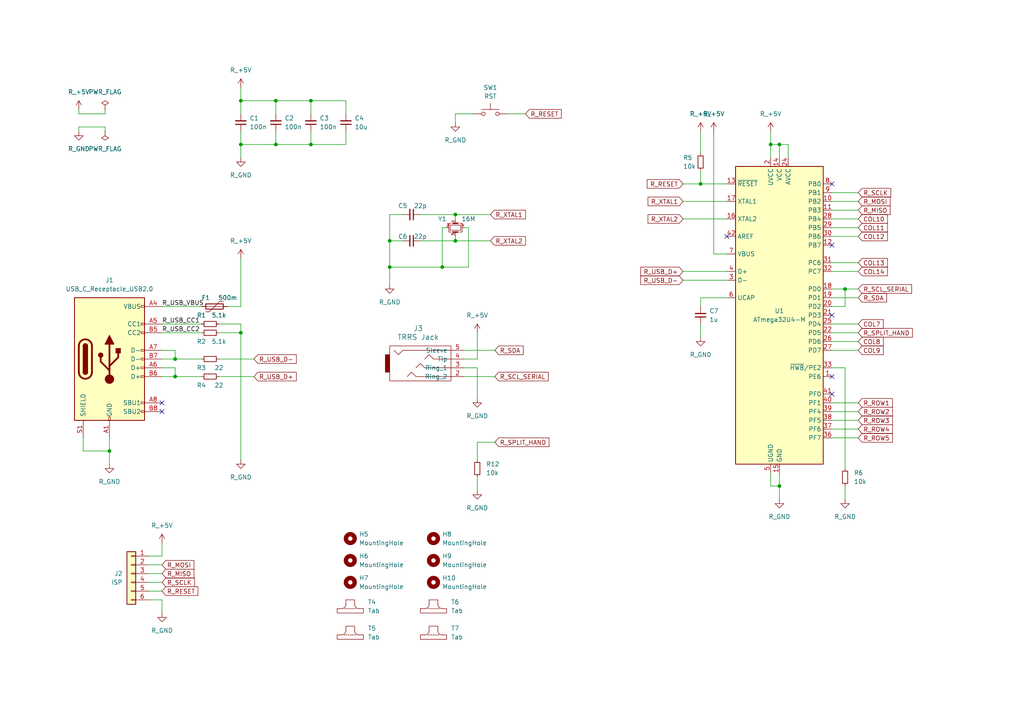
<source format=kicad_sch>
(kicad_sch (version 20230121) (generator eeschema)
  (paper "A4")
  (title_block (title "mfk60 Right") (date "2024-01-12") (rev "1") (company "@niw"))
  (lib_symbols
    (symbol "Connector:USB_C_Receptacle_USB2.0_16P" (pin_names (offset 1.016))
      (property "Reference" "J" (at 0 22.225 0))
      (property "Value" "USB_C_Receptacle_USB2.0_16P" (at 0 19.685 0))
      (symbol "USB_C_Receptacle_USB2.0_16P_0_0"
        (rectangle (start -0.254 -17.78) (end 0.254 -16.764))
        (rectangle (start 10.16 -14.986) (end 9.144 -15.494))
        (rectangle (start 10.16 -12.446) (end 9.144 -12.954))
        (rectangle (start 10.16 -4.826) (end 9.144 -5.334))
        (rectangle (start 10.16 -2.286) (end 9.144 -2.794))
        (rectangle (start 10.16 0.254) (end 9.144 -0.254))
        (rectangle (start 10.16 2.794) (end 9.144 2.286))
        (rectangle (start 10.16 7.874) (end 9.144 7.366))
        (rectangle (start 10.16 10.414) (end 9.144 9.906))
        (rectangle (start 10.16 15.494) (end 9.144 14.986))
      )
      (symbol "USB_C_Receptacle_USB2.0_16P_0_1"
        (rectangle (start -10.16 17.78) (end 10.16 -17.78) (stroke (width 0.254)) (fill (type background)))
        (arc (start -8.89 -3.81) (mid -6.985 -5.7067) (end -5.08 -3.81) (stroke (width 0.508)))
        (arc (start -7.62 -3.81) (mid -6.985 -4.4423) (end -6.35 -3.81) (stroke (width 0.254)))
        (arc (start -7.62 -3.81) (mid -6.985 -4.4423) (end -6.35 -3.81) (stroke (width 0.254)) (fill (type outline)))
        (rectangle (start -7.62 -3.81) (end -6.35 3.81) (stroke (width 0.254)) (fill (type outline)))
        (arc (start -6.35 3.81) (mid -6.985 4.4423) (end -7.62 3.81) (stroke (width 0.254)))
        (arc (start -6.35 3.81) (mid -6.985 4.4423) (end -7.62 3.81) (stroke (width 0.254)) (fill (type outline)))
        (arc (start -5.08 3.81) (mid -6.985 5.7067) (end -8.89 3.81) (stroke (width 0.508)))
        (circle (center -2.54 1.143) (radius 0.635) (stroke (width 0.254)) (fill (type outline)))
        (circle (center 0 -5.842) (radius 1.27) (fill (type outline)))
        (polyline (pts (xy -8.89 -3.81) (xy -8.89 3.81)) (stroke (width 0.508)))
        (polyline (pts (xy -5.08 3.81) (xy -5.08 -3.81)) (stroke (width 0.508)))
        (polyline (pts (xy 0 -5.842) (xy 0 4.318)) (stroke (width 0.508)))
        (polyline (pts (xy 0 -3.302) (xy -2.54 -0.762) (xy -2.54 0.508)) (stroke (width 0.508)))
        (polyline (pts (xy 0 -2.032) (xy 2.54 0.508) (xy 2.54 1.778)) (stroke (width 0.508)))
        (polyline (pts (xy -1.27 4.318) (xy 0 6.858) (xy 1.27 4.318) (xy -1.27 4.318)) (stroke (width 0.254)) (fill (type outline)))
        (rectangle (start 1.905 1.778) (end 3.175 3.048) (stroke (width 0.254)) (fill (type outline)))
      )
      (symbol "USB_C_Receptacle_USB2.0_16P_1_1"
        (pin passive line (at 0 -22.86 90) (length 5.08) (name "GND") (number "A1"))
        (pin passive line (at 0 -22.86 90) (length 5.08) hide (name "GND") (number "A12"))
        (pin passive line (at 15.24 15.24 180) (length 5.08) (name "VBUS") (number "A4"))
        (pin bidirectional line (at 15.24 10.16 180) (length 5.08) (name "CC1") (number "A5"))
        (pin bidirectional line (at 15.24 -2.54 180) (length 5.08) (name "D+") (number "A6"))
        (pin bidirectional line (at 15.24 2.54 180) (length 5.08) (name "D-") (number "A7"))
        (pin bidirectional line (at 15.24 -12.7 180) (length 5.08) (name "SBU1") (number "A8"))
        (pin passive line (at 15.24 15.24 180) (length 5.08) hide (name "VBUS") (number "A9"))
        (pin passive line (at 0 -22.86 90) (length 5.08) hide (name "GND") (number "B1"))
        (pin passive line (at 0 -22.86 90) (length 5.08) hide (name "GND") (number "B12"))
        (pin passive line (at 15.24 15.24 180) (length 5.08) hide (name "VBUS") (number "B4"))
        (pin bidirectional line (at 15.24 7.62 180) (length 5.08) (name "CC2") (number "B5"))
        (pin bidirectional line (at 15.24 -5.08 180) (length 5.08) (name "D+") (number "B6"))
        (pin bidirectional line (at 15.24 0 180) (length 5.08) (name "D-") (number "B7"))
        (pin bidirectional line (at 15.24 -15.24 180) (length 5.08) (name "SBU2") (number "B8"))
        (pin passive line (at 15.24 15.24 180) (length 5.08) hide (name "VBUS") (number "B9"))
        (pin passive line (at -7.62 -22.86 90) (length 5.08) (name "SHIELD") (number "S1"))
      )
    )
    (symbol "Connector_Additions:TRRS_Jack" (pin_names (offset 1.016))
      (property "Reference" "J" (at 0 8.89 0))
      (property "Value" "TRRS Jack" (at 0 6.35 0))
      (symbol "TRRS_Jack_0_1"
        (rectangle (start -10.16 2.54) (end -8.89 -2.54) (fill (type outline)))
        (rectangle (start -8.89 5.08) (end 8.89 -5.08))
        (polyline (pts (xy 8.89 -3.81) (xy -1.27 -3.81) (xy -2.54 -2.54) (xy -3.81 -3.81)))
        (polyline (pts (xy 8.89 -1.27) (xy 1.27 -1.27) (xy 0 0) (xy -1.27 -1.27)))
        (polyline (pts (xy 8.89 1.27) (xy 3.81 1.27) (xy 2.54 2.54) (xy 1.27 1.27)))
        (polyline (pts (xy 8.89 3.81) (xy -5.08 3.81) (xy -6.35 2.54) (xy -7.62 3.81) (xy -7.62 3.81)))
      )
      (symbol "TRRS_Jack_1_1"
        (pin passive line (at 12.7 -3.81 180) (length 3.81) (name "Ring_2") (number "2"))
        (pin passive line (at 12.7 -1.27 180) (length 3.81) (name "Ring_1") (number "3"))
        (pin passive line (at 12.7 1.27 180) (length 3.81) (name "Tip") (number "4"))
        (pin passive line (at 12.7 3.81 180) (length 3.81) (name "Sleeve") (number "5"))
      )
    )
    (symbol "Connector_Generic:Conn_01x06" (pin_names (offset 1.016) hide)
      (property "Reference" "J" (at 0 7.62 0))
      (property "Value" "Conn_01x06" (at 0 -10.16 0))
      (symbol "Conn_01x06_1_1"
        (rectangle (start -1.27 -7.493) (end 0 -7.747) (stroke (width 0.1524)))
        (rectangle (start -1.27 -4.953) (end 0 -5.207) (stroke (width 0.1524)))
        (rectangle (start -1.27 -2.413) (end 0 -2.667) (stroke (width 0.1524)))
        (rectangle (start -1.27 0.127) (end 0 -0.127) (stroke (width 0.1524)))
        (rectangle (start -1.27 2.667) (end 0 2.413) (stroke (width 0.1524)))
        (rectangle (start -1.27 5.207) (end 0 4.953) (stroke (width 0.1524)))
        (rectangle (start -1.27 6.35) (end 1.27 -8.89) (stroke (width 0.254)) (fill (type background)))
        (pin passive line (at -5.08 5.08 0) (length 3.81) (name "Pin_1") (number "1"))
        (pin passive line (at -5.08 2.54 0) (length 3.81) (name "Pin_2") (number "2"))
        (pin passive line (at -5.08 0 0) (length 3.81) (name "Pin_3") (number "3"))
        (pin passive line (at -5.08 -2.54 0) (length 3.81) (name "Pin_4") (number "4"))
        (pin passive line (at -5.08 -5.08 0) (length 3.81) (name "Pin_5") (number "5"))
        (pin passive line (at -5.08 -7.62 0) (length 3.81) (name "Pin_6") (number "6"))
      )
    )
    (symbol "Device:C_Small" (pin_numbers hide) (pin_names (offset 0.254) hide)
      (property "Reference" "C" (at 0.254 1.778 0))
      (property "Value" "C_Small" (at 0.254 -2.032 0))
      (symbol "C_Small_0_1"
        (polyline (pts (xy -1.524 -0.508) (xy 1.524 -0.508)) (stroke (width 0.3302)))
        (polyline (pts (xy -1.524 0.508) (xy 1.524 0.508)) (stroke (width 0.3048)))
      )
      (symbol "C_Small_1_1"
        (pin passive line (at 0 2.54 270) (length 2.032) (name "~") (number "1"))
        (pin passive line (at 0 -2.54 90) (length 2.032) (name "~") (number "2"))
      )
    )
    (symbol "Device:Crystal_GND24_Small" (pin_names (offset 1.016) hide)
      (property "Reference" "Y" (at 1.27 4.445 0))
      (property "Value" "Crystal_GND24_Small" (at 1.27 2.54 0))
      (symbol "Crystal_GND24_Small_0_1"
        (rectangle (start -0.762 -1.524) (end 0.762 1.524))
        (polyline (pts (xy -1.27 -0.762) (xy -1.27 0.762)) (stroke (width 0.381)))
        (polyline (pts (xy 1.27 -0.762) (xy 1.27 0.762)) (stroke (width 0.381)))
        (polyline (pts (xy -1.27 -1.27) (xy -1.27 -1.905) (xy 1.27 -1.905) (xy 1.27 -1.27)))
        (polyline (pts (xy -1.27 1.27) (xy -1.27 1.905) (xy 1.27 1.905) (xy 1.27 1.27)))
      )
      (symbol "Crystal_GND24_Small_1_1"
        (pin passive line (at -2.54 0 0) (length 1.27) (name "1") (number "1"))
        (pin passive line (at 0 -2.54 90) (length 0.635) (name "2") (number "2"))
        (pin passive line (at 2.54 0 180) (length 1.27) (name "3") (number "3"))
        (pin passive line (at 0 2.54 270) (length 0.635) (name "4") (number "4"))
      )
    )
    (symbol "Device:Polyfuse" (pin_numbers hide) (pin_names (offset 0))
      (property "Reference" "F" (at -2.54 0 90))
      (property "Value" "Polyfuse" (at 2.54 0 90))
      (symbol "Polyfuse_0_1"
        (rectangle (start -0.762 2.54) (end 0.762 -2.54) (stroke (width 0.254)))
        (polyline (pts (xy 0 2.54) (xy 0 -2.54)))
        (polyline (pts (xy -1.524 2.54) (xy -1.524 1.524) (xy 1.524 -1.524) (xy 1.524 -2.54)))
      )
      (symbol "Polyfuse_1_1"
        (pin passive line (at 0 3.81 270) (length 1.27) (name "~") (number "1"))
        (pin passive line (at 0 -3.81 90) (length 1.27) (name "~") (number "2"))
      )
    )
    (symbol "Device:R_Small" (pin_numbers hide) (pin_names (offset 0.254) hide)
      (property "Reference" "R" (at 0.762 0.508 0))
      (property "Value" "R_Small" (at 0.762 -1.016 0))
      (symbol "R_Small_0_1"
        (rectangle (start -0.762 1.778) (end 0.762 -1.778) (stroke (width 0.2032)))
      )
      (symbol "R_Small_1_1"
        (pin passive line (at 0 2.54 270) (length 0.762) (name "~") (number "1"))
        (pin passive line (at 0 -2.54 90) (length 0.762) (name "~") (number "2"))
      )
    )
    (symbol "MCU_Microchip_ATmega:ATmega32U4-M"
      (property "Reference" "U" (at -12.7 44.45 0))
      (property "Value" "ATmega32U4-M" (at 2.54 -44.45 0))
      (symbol "ATmega32U4-M_0_1"
        (rectangle (start -12.7 -43.18) (end 12.7 43.18) (stroke (width 0.254)) (fill (type background)))
      )
      (symbol "ATmega32U4-M_1_1"
        (pin bidirectional line (at 15.24 -17.78 180) (length 2.54) (name "PE6") (number "1"))
        (pin bidirectional line (at 15.24 33.02 180) (length 2.54) (name "PB2") (number "10"))
        (pin bidirectional line (at 15.24 30.48 180) (length 2.54) (name "PB3") (number "11"))
        (pin bidirectional line (at 15.24 20.32 180) (length 2.54) (name "PB7") (number "12"))
        (pin input line (at -15.24 38.1 0) (length 2.54) (name "~{RESET}") (number "13"))
        (pin power_in line (at 0 45.72 270) (length 2.54) (name "VCC") (number "14"))
        (pin power_in line (at 0 -45.72 90) (length 2.54) (name "GND") (number "15"))
        (pin output line (at -15.24 27.94 0) (length 2.54) (name "XTAL2") (number "16"))
        (pin input line (at -15.24 33.02 0) (length 2.54) (name "XTAL1") (number "17"))
        (pin bidirectional line (at 15.24 7.62 180) (length 2.54) (name "PD0") (number "18"))
        (pin bidirectional line (at 15.24 5.08 180) (length 2.54) (name "PD1") (number "19"))
        (pin power_in line (at -2.54 45.72 270) (length 2.54) (name "UVCC") (number "2"))
        (pin bidirectional line (at 15.24 2.54 180) (length 2.54) (name "PD2") (number "20"))
        (pin bidirectional line (at 15.24 0 180) (length 2.54) (name "PD3") (number "21"))
        (pin bidirectional line (at 15.24 -5.08 180) (length 2.54) (name "PD5") (number "22"))
        (pin passive line (at 0 -45.72 90) (length 2.54) hide (name "GND") (number "23"))
        (pin power_in line (at 2.54 45.72 270) (length 2.54) (name "AVCC") (number "24"))
        (pin bidirectional line (at 15.24 -2.54 180) (length 2.54) (name "PD4") (number "25"))
        (pin bidirectional line (at 15.24 -7.62 180) (length 2.54) (name "PD6") (number "26"))
        (pin bidirectional line (at 15.24 -10.16 180) (length 2.54) (name "PD7") (number "27"))
        (pin bidirectional line (at 15.24 27.94 180) (length 2.54) (name "PB4") (number "28"))
        (pin bidirectional line (at 15.24 25.4 180) (length 2.54) (name "PB5") (number "29"))
        (pin bidirectional line (at -15.24 10.16 0) (length 2.54) (name "D-") (number "3"))
        (pin bidirectional line (at 15.24 22.86 180) (length 2.54) (name "PB6") (number "30"))
        (pin bidirectional line (at 15.24 15.24 180) (length 2.54) (name "PC6") (number "31"))
        (pin bidirectional line (at 15.24 12.7 180) (length 2.54) (name "PC7") (number "32"))
        (pin bidirectional line (at 15.24 -15.24 180) (length 2.54) (name "~{HWB}/PE2") (number "33"))
        (pin passive line (at 0 45.72 270) (length 2.54) hide (name "VCC") (number "34"))
        (pin passive line (at 0 -45.72 90) (length 2.54) hide (name "GND") (number "35"))
        (pin bidirectional line (at 15.24 -35.56 180) (length 2.54) (name "PF7") (number "36"))
        (pin bidirectional line (at 15.24 -33.02 180) (length 2.54) (name "PF6") (number "37"))
        (pin bidirectional line (at 15.24 -30.48 180) (length 2.54) (name "PF5") (number "38"))
        (pin bidirectional line (at 15.24 -27.94 180) (length 2.54) (name "PF4") (number "39"))
        (pin bidirectional line (at -15.24 12.7 0) (length 2.54) (name "D+") (number "4"))
        (pin bidirectional line (at 15.24 -25.4 180) (length 2.54) (name "PF1") (number "40"))
        (pin bidirectional line (at 15.24 -22.86 180) (length 2.54) (name "PF0") (number "41"))
        (pin passive line (at -15.24 22.86 0) (length 2.54) (name "AREF") (number "42"))
        (pin passive line (at 0 -45.72 90) (length 2.54) hide (name "GND") (number "43"))
        (pin passive line (at 2.54 45.72 270) (length 2.54) hide (name "AVCC") (number "44"))
        (pin passive line (at 0 -45.72 90) (length 2.54) hide (name "GND") (number "45"))
        (pin passive line (at -2.54 -45.72 90) (length 2.54) (name "UGND") (number "5"))
        (pin passive line (at -15.24 5.08 0) (length 2.54) (name "UCAP") (number "6"))
        (pin input line (at -15.24 17.78 0) (length 2.54) (name "VBUS") (number "7"))
        (pin bidirectional line (at 15.24 38.1 180) (length 2.54) (name "PB0") (number "8"))
        (pin bidirectional line (at 15.24 35.56 180) (length 2.54) (name "PB1") (number "9"))
      )
    )
    (symbol "Mechanical:MountingHole" (pin_names (offset 1.016))
      (property "Reference" "H" (at 0 5.08 0))
      (property "Value" "MountingHole" (at 0 3.175 0))
      (symbol "MountingHole_0_1"
        (circle (center 0 0) (radius 1.27) (stroke (width 1.27)))
      )
    )
    (symbol "Power_Additions:R_+5V" (power) (pin_names (offset 0))
      (property "Value" "R_+5V" (at 0 3.556 0))
      (symbol "R_+5V_0_1"
        (polyline (pts (xy -0.762 1.27) (xy 0 2.54)))
        (polyline (pts (xy 0 0) (xy 0 2.54)))
        (polyline (pts (xy 0 2.54) (xy 0.762 1.27)))
      )
      (symbol "R_+5V_1_1"
        (pin power_in line (at 0 0 90) (length 0) hide (name "R_+5V") (number "1"))
      )
    )
    (symbol "Power_Additions:R_GND" (power) (pin_names (offset 0))
      (property "Value" "R_GND" (at 0 -3.81 0))
      (symbol "R_GND_0_1"
        (polyline (pts (xy 0 0) (xy 0 -1.27) (xy 1.27 -1.27) (xy 0 -2.54) (xy -1.27 -1.27) (xy 0 -1.27)))
      )
      (symbol "R_GND_1_1"
        (pin power_in line (at 0 0 270) (length 0) hide (name "R_GND") (number "1"))
      )
    )
    (symbol "Switch:SW_Push" (pin_numbers hide) (pin_names (offset 1.016) hide)
      (property "Reference" "SW" (at 1.27 2.54 0))
      (property "Value" "SW_Push" (at 0 -1.524 0))
      (symbol "SW_Push_0_1"
        (circle (center -2.032 0) (radius 0.508))
        (polyline (pts (xy 0 1.27) (xy 0 3.048)))
        (polyline (pts (xy 2.54 1.27) (xy -2.54 1.27)))
        (circle (center 2.032 0) (radius 0.508))
        (pin passive line (at -5.08 0 0) (length 2.54) (name "1") (number "1"))
        (pin passive line (at 5.08 0 180) (length 2.54) (name "2") (number "2"))
      )
    )
    (symbol "kikit:Tab" (in_bom no)
      (property "Reference" "T" (at 0 3.81 0))
      (property "Value" "Tab" (at 0 -2.54 0))
      (symbol "Tab_0_1"
        (arc (start -2.54 0) (mid -1.642 0.372) (end -1.27 1.27) (stroke (width 0.1524)))
        (circle (center -1.524 0) (radius 0.0762) (stroke (width 0.1524)))
        (circle (center -1.016 0) (radius 0.0762) (stroke (width 0.1524)))
        (circle (center -0.508 0) (radius 0.0762) (stroke (width 0.1524)))
        (polyline (pts (xy -3.81 0) (xy -2.54 0)) (stroke (width 0.1524)))
        (polyline (pts (xy -1.27 1.27) (xy -1.27 2.54)) (stroke (width 0.1524)))
        (polyline (pts (xy 1.27 1.27) (xy 1.27 2.54)) (stroke (width 0.1524)))
        (polyline (pts (xy 1.27 2.54) (xy -1.27 2.54)) (stroke (width 0.1524)))
        (polyline (pts (xy 2.54 0) (xy 3.81 0)) (stroke (width 0.1524)))
        (polyline (pts (xy -3.81 0) (xy -3.81 -1.27) (xy 3.81 -1.27) (xy 3.81 0)) (stroke (width 0.1524)))
        (circle (center 0 0) (radius 0.0762) (stroke (width 0.1524)))
        (circle (center 0.508 0) (radius 0.0762) (stroke (width 0.1524)))
        (circle (center 1.016 0) (radius 0.0762) (stroke (width 0.1524)))
        (arc (start 1.27 1.27) (mid 1.642 0.372) (end 2.54 0) (stroke (width 0.1524)))
        (circle (center 1.524 0) (radius 0.0762) (stroke (width 0.1524)))
      )
    )
    (symbol "power:PWR_FLAG" (power) (pin_numbers hide) (pin_names (offset 0) hide)
      (property "Value" "PWR_FLAG" (at 0 3.81 0))
      (symbol "PWR_FLAG_0_0"
        (pin power_out line (at 0 0 90) (length 0) (name "pwr") (number "1"))
      )
      (symbol "PWR_FLAG_0_1"
        (polyline (pts (xy 0 0) (xy 0 1.27) (xy -1.016 1.905) (xy 0 2.54) (xy 1.016 1.905) (xy 0 1.27)))
      )
    )
  )
  (junction (at 90.17 29.21))
  (junction (at 226.06 41.91))
  (junction (at 69.85 96.52))
  (junction (at 223.52 41.91))
  (junction (at 90.17 41.91))
  (junction (at 69.85 41.91))
  (junction (at 245.11 83.82))
  (junction (at 226.06 140.97))
  (junction (at 113.03 77.47))
  (junction (at 80.01 41.91))
  (junction (at 69.85 29.21))
  (junction (at 50.8 104.14))
  (junction (at 80.01 29.21))
  (junction (at 113.03 69.85))
  (junction (at 203.2 53.34))
  (junction (at 50.8 109.22))
  (junction (at 31.75 130.81))
  (junction (at 132.08 62.23))
  (junction (at 128.27 77.47))
  (junction (at 132.08 69.85))
  (no_connect (at 46.99 119.38))
  (no_connect (at 241.3 71.12))
  (no_connect (at 241.3 114.3))
  (no_connect (at 241.3 109.22))
  (no_connect (at 46.99 116.84))
  (no_connect (at 210.82 68.58))
  (no_connect (at 241.3 53.34))
  (no_connect (at 241.3 91.44))
  (wire (pts (xy 245.11 106.68) (xy 241.3 106.68)))
  (wire (pts (xy 241.3 55.88) (xy 248.92 55.88)))
  (wire (pts (xy 152.4 33.02) (xy 147.32 33.02)))
  (wire (pts (xy 226.06 41.91) (xy 226.06 45.72)))
  (wire (pts (xy 113.03 62.23) (xy 113.03 69.85)))
  (wire (pts (xy 69.85 38.1) (xy 69.85 41.91)))
  (wire (pts (xy 30.48 31.75) (xy 30.48 33.02)))
  (wire (pts (xy 203.2 86.36) (xy 203.2 88.9)))
  (wire (pts (xy 241.3 66.04) (xy 248.92 66.04)))
  (wire (pts (xy 22.86 38.1) (xy 22.86 36.83)))
  (wire (pts (xy 31.75 127) (xy 31.75 130.81)))
  (wire (pts (xy 80.01 41.91) (xy 90.17 41.91)))
  (wire (pts (xy 63.5 96.52) (xy 69.85 96.52)))
  (wire (pts (xy 226.06 144.78) (xy 226.06 140.97)))
  (wire (pts (xy 69.85 25.4) (xy 69.85 29.21)))
  (wire (pts (xy 46.99 109.22) (xy 50.8 109.22)))
  (wire (pts (xy 46.99 177.8) (xy 46.99 173.99)))
  (wire (pts (xy 66.04 88.9) (xy 69.85 88.9)))
  (wire (pts (xy 69.85 96.52) (xy 69.85 93.98)))
  (wire (pts (xy 100.33 38.1) (xy 100.33 41.91)))
  (wire (pts (xy 113.03 77.47) (xy 113.03 82.55)))
  (wire (pts (xy 223.52 41.91) (xy 226.06 41.91)))
  (wire (pts (xy 203.2 86.36) (xy 210.82 86.36)))
  (wire (pts (xy 207.01 73.66) (xy 210.82 73.66)))
  (wire (pts (xy 223.52 140.97) (xy 226.06 140.97)))
  (wire (pts (xy 223.52 140.97) (xy 223.52 137.16)))
  (wire (pts (xy 138.43 104.14) (xy 138.43 96.52)))
  (wire (pts (xy 241.3 116.84) (xy 248.92 116.84)))
  (wire (pts (xy 22.86 36.83) (xy 30.48 36.83)))
  (wire (pts (xy 241.3 88.9) (xy 245.11 88.9)))
  (wire (pts (xy 228.6 45.72) (xy 228.6 41.91)))
  (wire (pts (xy 46.99 161.29) (xy 46.99 157.48)))
  (wire (pts (xy 50.8 109.22) (xy 58.42 109.22)))
  (wire (pts (xy 223.52 38.1) (xy 223.52 41.91)))
  (wire (pts (xy 241.3 124.46) (xy 248.92 124.46)))
  (wire (pts (xy 245.11 83.82) (xy 248.92 83.82)))
  (wire (pts (xy 63.5 93.98) (xy 69.85 93.98)))
  (wire (pts (xy 80.01 41.91) (xy 69.85 41.91)))
  (wire (pts (xy 129.54 66.04) (xy 128.27 66.04)))
  (wire (pts (xy 46.99 96.52) (xy 58.42 96.52)))
  (wire (pts (xy 207.01 38.1) (xy 207.01 73.66)))
  (wire (pts (xy 135.89 66.04) (xy 135.89 77.47)))
  (wire (pts (xy 134.62 109.22) (xy 143.51 109.22)))
  (wire (pts (xy 132.08 69.85) (xy 142.24 69.85)))
  (wire (pts (xy 245.11 140.97) (xy 245.11 144.78)))
  (wire (pts (xy 100.33 41.91) (xy 90.17 41.91)))
  (wire (pts (xy 43.18 163.83) (xy 46.99 163.83)))
  (wire (pts (xy 132.08 33.02) (xy 132.08 35.56)))
  (wire (pts (xy 128.27 77.47) (xy 135.89 77.47)))
  (wire (pts (xy 69.85 29.21) (xy 80.01 29.21)))
  (wire (pts (xy 69.85 41.91) (xy 69.85 45.72)))
  (wire (pts (xy 203.2 49.53) (xy 203.2 53.34)))
  (wire (pts (xy 22.86 31.75) (xy 22.86 33.02)))
  (wire (pts (xy 203.2 97.79) (xy 203.2 93.98)))
  (wire (pts (xy 113.03 69.85) (xy 116.84 69.85)))
  (wire (pts (xy 50.8 109.22) (xy 50.8 106.68)))
  (wire (pts (xy 69.85 88.9) (xy 69.85 74.93)))
  (wire (pts (xy 46.99 106.68) (xy 50.8 106.68)))
  (wire (pts (xy 241.3 76.2) (xy 248.92 76.2)))
  (wire (pts (xy 63.5 109.22) (xy 73.66 109.22)))
  (wire (pts (xy 226.06 137.16) (xy 226.06 140.97)))
  (wire (pts (xy 138.43 138.43) (xy 138.43 142.24)))
  (wire (pts (xy 30.48 36.83) (xy 30.48 38.1)))
  (wire (pts (xy 143.51 128.27) (xy 138.43 128.27)))
  (wire (pts (xy 46.99 93.98) (xy 58.42 93.98)))
  (wire (pts (xy 121.92 69.85) (xy 132.08 69.85)))
  (wire (pts (xy 198.12 63.5) (xy 210.82 63.5)))
  (wire (pts (xy 90.17 29.21) (xy 90.17 33.02)))
  (wire (pts (xy 241.3 58.42) (xy 248.92 58.42)))
  (wire (pts (xy 50.8 104.14) (xy 58.42 104.14)))
  (wire (pts (xy 134.62 101.6) (xy 143.51 101.6)))
  (wire (pts (xy 43.18 166.37) (xy 46.99 166.37)))
  (wire (pts (xy 223.52 41.91) (xy 223.52 45.72)))
  (wire (pts (xy 245.11 106.68) (xy 245.11 135.89)))
  (wire (pts (xy 198.12 81.28) (xy 210.82 81.28)))
  (wire (pts (xy 198.12 78.74) (xy 210.82 78.74)))
  (wire (pts (xy 241.3 86.36) (xy 248.92 86.36)))
  (wire (pts (xy 100.33 29.21) (xy 100.33 33.02)))
  (wire (pts (xy 69.85 33.02) (xy 69.85 29.21)))
  (wire (pts (xy 43.18 168.91) (xy 46.99 168.91)))
  (wire (pts (xy 46.99 101.6) (xy 50.8 101.6)))
  (wire (pts (xy 90.17 38.1) (xy 90.17 41.91)))
  (wire (pts (xy 80.01 29.21) (xy 80.01 33.02)))
  (wire (pts (xy 132.08 62.23) (xy 132.08 63.5)))
  (wire (pts (xy 210.82 53.34) (xy 203.2 53.34)))
  (wire (pts (xy 113.03 69.85) (xy 113.03 77.47)))
  (wire (pts (xy 80.01 29.21) (xy 90.17 29.21)))
  (wire (pts (xy 245.11 83.82) (xy 245.11 88.9)))
  (wire (pts (xy 132.08 62.23) (xy 142.24 62.23)))
  (wire (pts (xy 241.3 63.5) (xy 248.92 63.5)))
  (wire (pts (xy 69.85 133.35) (xy 69.85 96.52)))
  (wire (pts (xy 24.13 130.81) (xy 31.75 130.81)))
  (wire (pts (xy 241.3 99.06) (xy 248.92 99.06)))
  (wire (pts (xy 90.17 29.21) (xy 100.33 29.21)))
  (wire (pts (xy 241.3 68.58) (xy 248.92 68.58)))
  (wire (pts (xy 138.43 106.68) (xy 138.43 115.57)))
  (wire (pts (xy 50.8 104.14) (xy 50.8 101.6)))
  (wire (pts (xy 241.3 60.96) (xy 248.92 60.96)))
  (wire (pts (xy 241.3 78.74) (xy 248.92 78.74)))
  (wire (pts (xy 22.86 33.02) (xy 30.48 33.02)))
  (wire (pts (xy 116.84 62.23) (xy 113.03 62.23)))
  (wire (pts (xy 121.92 62.23) (xy 132.08 62.23)))
  (wire (pts (xy 203.2 38.1) (xy 203.2 44.45)))
  (wire (pts (xy 43.18 161.29) (xy 46.99 161.29)))
  (wire (pts (xy 43.18 171.45) (xy 46.99 171.45)))
  (wire (pts (xy 138.43 128.27) (xy 138.43 133.35)))
  (wire (pts (xy 241.3 96.52) (xy 248.92 96.52)))
  (wire (pts (xy 241.3 127) (xy 248.92 127)))
  (wire (pts (xy 198.12 58.42) (xy 210.82 58.42)))
  (wire (pts (xy 134.62 106.68) (xy 138.43 106.68)))
  (wire (pts (xy 46.99 88.9) (xy 58.42 88.9)))
  (wire (pts (xy 46.99 173.99) (xy 43.18 173.99)))
  (wire (pts (xy 80.01 38.1) (xy 80.01 41.91)))
  (wire (pts (xy 132.08 68.58) (xy 132.08 69.85)))
  (wire (pts (xy 134.62 66.04) (xy 135.89 66.04)))
  (wire (pts (xy 137.16 33.02) (xy 132.08 33.02)))
  (wire (pts (xy 241.3 121.92) (xy 248.92 121.92)))
  (wire (pts (xy 134.62 104.14) (xy 138.43 104.14)))
  (wire (pts (xy 31.75 130.81) (xy 31.75 134.62)))
  (wire (pts (xy 241.3 101.6) (xy 248.92 101.6)))
  (wire (pts (xy 241.3 93.98) (xy 248.92 93.98)))
  (wire (pts (xy 198.12 53.34) (xy 203.2 53.34)))
  (wire (pts (xy 241.3 83.82) (xy 245.11 83.82)))
  (wire (pts (xy 24.13 127) (xy 24.13 130.81)))
  (wire (pts (xy 241.3 119.38) (xy 248.92 119.38)))
  (wire (pts (xy 113.03 77.47) (xy 128.27 77.47)))
  (wire (pts (xy 63.5 104.14) (xy 73.66 104.14)))
  (wire (pts (xy 46.99 104.14) (xy 50.8 104.14)))
  (wire (pts (xy 128.27 66.04) (xy 128.27 77.47)))
  (wire (pts (xy 226.06 41.91) (xy 228.6 41.91)))
  (label "R_USB_CC1" (at 46.99 93.98 0))
  (label "R_USB_VBUS" (at 46.99 88.9 0))
  (label "R_USB_CC2" (at 46.99 96.52 0))
  (global_label "R_USB_D+" (shape input) (at 198.12 78.74 180) (property "Intersheetrefs" "${INTERSHEET_REFS}" (effects hide)))
  (global_label "COL13" (shape input) (at 248.92 76.2 0) (property "Intersheetrefs" "${INTERSHEET_REFS}" (effects hide)))
  (global_label "R_MOSI" (shape input) (at 46.99 163.83 0) (property "Intersheetrefs" "${INTERSHEET_REFS}" (effects hide)))
  (global_label "R_XTAL2" (shape input) (at 198.12 63.5 180) (property "Intersheetrefs" "${INTERSHEET_REFS}" (effects hide)))
  (global_label "R_MOSI" (shape input) (at 248.92 58.42 0) (property "Intersheetrefs" "${INTERSHEET_REFS}" (effects hide)))
  (global_label "R_SDA" (shape input) (at 248.92 86.36 0) (property "Intersheetrefs" "${INTERSHEET_REFS}" (effects hide)))
  (global_label "COL7" (shape input) (at 248.92 93.98 0) (property "Intersheetrefs" "${INTERSHEET_REFS}" (effects hide)))
  (global_label "R_RESET" (shape input) (at 198.12 53.34 180) (property "Intersheetrefs" "${INTERSHEET_REFS}" (effects hide)))
  (global_label "R_XTAL1" (shape input) (at 142.24 62.23 0) (property "Intersheetrefs" "${INTERSHEET_REFS}" (effects hide)))
  (global_label "R_ROW1" (shape input) (at 248.92 116.84 0) (property "Intersheetrefs" "${INTERSHEET_REFS}" (effects hide)))
  (global_label "COL9" (shape input) (at 248.92 101.6 0) (property "Intersheetrefs" "${INTERSHEET_REFS}" (effects hide)))
  (global_label "R_SDA" (shape input) (at 143.51 101.6 0) (property "Intersheetrefs" "${INTERSHEET_REFS}" (effects hide)))
  (global_label "R_MISO" (shape input) (at 46.99 166.37 0) (property "Intersheetrefs" "${INTERSHEET_REFS}" (effects hide)))
  (global_label "R_ROW3" (shape input) (at 248.92 121.92 0) (property "Intersheetrefs" "${INTERSHEET_REFS}" (effects hide)))
  (global_label "COL8" (shape input) (at 248.92 99.06 0) (property "Intersheetrefs" "${INTERSHEET_REFS}" (effects hide)))
  (global_label "R_SCL_SERIAL" (shape input) (at 143.51 109.22 0) (property "Intersheetrefs" "${INTERSHEET_REFS}" (effects hide)))
  (global_label "R_USB_D-" (shape input) (at 198.12 81.28 180) (property "Intersheetrefs" "${INTERSHEET_REFS}" (effects hide)))
  (global_label "R_SPLIT_HAND" (shape input) (at 248.92 96.52 0) (property "Intersheetrefs" "${INTERSHEET_REFS}" (effects hide)))
  (global_label "R_RESET" (shape input) (at 152.4 33.02 0) (property "Intersheetrefs" "${INTERSHEET_REFS}" (effects hide)))
  (global_label "R_SCLK" (shape input) (at 248.92 55.88 0) (property "Intersheetrefs" "${INTERSHEET_REFS}" (effects hide)))
  (global_label "COL10" (shape input) (at 248.92 63.5 0) (property "Intersheetrefs" "${INTERSHEET_REFS}" (effects hide)))
  (global_label "R_SCL_SERIAL" (shape input) (at 248.92 83.82 0) (property "Intersheetrefs" "${INTERSHEET_REFS}" (effects hide)))
  (global_label "R_USB_D+" (shape input) (at 73.66 109.22 0) (property "Intersheetrefs" "${INTERSHEET_REFS}" (effects hide)))
  (global_label "R_XTAL2" (shape input) (at 142.24 69.85 0) (property "Intersheetrefs" "${INTERSHEET_REFS}" (effects hide)))
  (global_label "COL14" (shape input) (at 248.92 78.74 0) (property "Intersheetrefs" "${INTERSHEET_REFS}" (effects hide)))
  (global_label "R_SPLIT_HAND" (shape input) (at 143.51 128.27 0) (property "Intersheetrefs" "${INTERSHEET_REFS}" (effects hide)))
  (global_label "R_USB_D-" (shape input) (at 73.66 104.14 0) (property "Intersheetrefs" "${INTERSHEET_REFS}" (effects hide)))
  (global_label "COL11" (shape input) (at 248.92 66.04 0) (property "Intersheetrefs" "${INTERSHEET_REFS}" (effects hide)))
  (global_label "R_ROW4" (shape input) (at 248.92 124.46 0) (property "Intersheetrefs" "${INTERSHEET_REFS}" (effects hide)))
  (global_label "R_XTAL1" (shape input) (at 198.12 58.42 180) (property "Intersheetrefs" "${INTERSHEET_REFS}" (effects hide)))
  (global_label "R_ROW5" (shape input) (at 248.92 127 0) (property "Intersheetrefs" "${INTERSHEET_REFS}" (effects hide)))
  (global_label "COL12" (shape input) (at 248.92 68.58 0) (property "Intersheetrefs" "${INTERSHEET_REFS}" (effects hide)))
  (global_label "R_SCLK" (shape input) (at 46.99 168.91 0) (property "Intersheetrefs" "${INTERSHEET_REFS}" (effects hide)))
  (global_label "R_RESET" (shape input) (at 46.99 171.45 0) (property "Intersheetrefs" "${INTERSHEET_REFS}" (effects hide)))
  (global_label "R_MISO" (shape input) (at 248.92 60.96 0) (property "Intersheetrefs" "${INTERSHEET_REFS}" (effects hide)))
  (global_label "R_ROW2" (shape input) (at 248.92 119.38 0) (property "Intersheetrefs" "${INTERSHEET_REFS}" (effects hide)))
  (symbol (lib_id "Mechanical:MountingHole") (at 101.6 156.21 0) (unit 1)
    (property "Reference" "H5" (at 104.14 154.94 0) (effects (justify left)))
    (property "Value" "MountingHole" (at 104.14 157.48 0) (effects (justify left)))
    (property "Footprint" "MountingHole_Additions:MountingHole_4mm_Spacer" (effects hide))
  )
  (symbol (lib_id "Power_Additions:R_+5V") (at 207.01 38.1 0) (unit 1)
    (property "Reference" "#PWR033" (effects hide))
    (property "Value" "R_+5V" (at 207.01 33.02 0))
  )
  (symbol (lib_id "Power_Additions:R_GND") (at 245.11 144.78 0) (unit 1)
    (property "Reference" "#PWR030" (effects hide))
    (property "Value" "R_GND" (at 245.11 149.86 0))
  )
  (symbol (lib_id "Power_Additions:R_GND") (at 31.75 134.62 0) (unit 1)
    (property "Reference" "#PWR025" (effects hide))
    (property "Value" "R_GND" (at 31.75 139.7 0))
  )
  (symbol (lib_id "Connector_Generic:Conn_01x06") (at 38.1 166.37 0) (mirror y) (unit 1)
    (property "Reference" "J2" (at 35.56 166.37 0) (effects (justify left)))
    (property "Value" "ISP" (at 35.56 168.91 0) (effects (justify left)))
    (property "Footprint" "Connector_Additions:Debug_Pin_1x6_P2.54mm" (effects hide))
    (instances (project "mfk5" (path "" (reference "J2") (unit 1))) (project "mfk60" (path "" (reference "J6") (unit 1))))
  )
  (symbol (lib_id "Device:C_Small") (at 69.85 35.56 180) (unit 1)
    (property "Reference" "C1" (at 72.39 34.2836 0) (effects (justify right)))
    (property "Value" "100n" (at 72.39 36.8236 0) (effects (justify right)))
    (property "Footprint" "Capacitor_SMD:C_0805_2012Metric_Pad1.18x1.45mm_HandSolder" (effects hide))
    (property "LCSC" "C49678" (effects hide))
    (instances (project "mfk5" (path "" (reference "C1") (unit 1))) (project "mfk60" (path "" (reference "C8") (unit 1))))
  )
  (symbol (lib_id "Power_Additions:R_+5V") (at 69.85 74.93 0) (unit 1)
    (property "Reference" "#PWR035" (effects hide))
    (property "Value" "R_+5V" (at 69.85 69.85 0))
  )
  (symbol (lib_id "Device:C_Small") (at 119.38 69.85 270) (unit 1)
    (property "Reference" "C6" (at 116.84 68.58 90))
    (property "Value" "22p" (at 121.92 68.58 90))
    (property "Footprint" "Capacitor_SMD:C_0805_2012Metric_Pad1.18x1.45mm_HandSolder" (effects hide))
    (property "LCSC" "C1804" (effects hide))
    (instances (project "mfk5" (path "" (reference "C6") (unit 1))) (project "mfk60" (path "" (reference "C13") (unit 1))))
  )
  (symbol (lib_id "Power_Additions:R_GND") (at 46.99 177.8 0) (unit 1)
    (property "Reference" "#PWR026" (effects hide))
    (property "Value" "R_GND" (at 46.99 182.88 0))
  )
  (symbol (lib_id "kikit:Tab") (at 125.73 184.15 0) (unit 1) (in_bom no)
    (property "Reference" "T7" (at 130.81 182.245 0) (effects (justify left)))
    (property "Value" "Tab" (at 130.81 184.785 0) (effects (justify left)))
    (property "Footprint" "kikit:Tab" (effects hide))
  )
  (symbol (lib_id "Device:R_Small") (at 60.96 109.22 90) (unit 1)
    (property "Reference" "R4" (at 58.42 111.76 90))
    (property "Value" "22" (at 63.5 111.76 90))
    (property "Footprint" "Resistor_SMD:R_0805_2012Metric_Pad1.20x1.40mm_HandSolder" (effects hide))
    (property "LCSC" "C17561" (effects hide))
    (instances (project "mfk5" (path "" (reference "R4") (unit 1))) (project "mfk60" (path "" (reference "R11") (unit 1))))
  )
  (symbol (lib_id "Power_Additions:R_GND") (at 132.08 35.56 0) (unit 1)
    (property "Reference" "#PWR022" (effects hide))
    (property "Value" "R_GND" (at 132.08 40.64 0))
  )
  (symbol (lib_id "Device:R_Small") (at 60.96 96.52 90) (unit 1)
    (property "Reference" "R2" (at 58.42 99.06 90))
    (property "Value" "5.1k" (at 63.5 99.06 90))
    (property "Footprint" "Resistor_SMD:R_0805_2012Metric_Pad1.20x1.40mm_HandSolder" (effects hide))
    (property "LCSC" "C27834" (effects hide))
    (instances (project "mfk5" (path "" (reference "R2") (unit 1))) (project "mfk60" (path "" (reference "R9") (unit 1))))
  )
  (symbol (lib_id "Mechanical:MountingHole") (at 101.6 168.91 0) (unit 1)
    (property "Reference" "H7" (at 104.14 167.64 0) (effects (justify left)))
    (property "Value" "MountingHole" (at 104.14 170.18 0) (effects (justify left)))
    (property "Footprint" "MountingHole_Additions:MountingHole_4mm_Spacer" (effects hide))
  )
  (symbol (lib_id "Mechanical:MountingHole") (at 125.73 168.91 0) (unit 1)
    (property "Reference" "H10" (at 128.27 167.64 0) (effects (justify left)))
    (property "Value" "MountingHole" (at 128.27 170.18 0) (effects (justify left)))
    (property "Footprint" "MountingHole_Additions:MountingHole_4mm_Spacer" (effects hide))
  )
  (symbol (lib_id "kikit:Tab") (at 125.73 176.53 0) (unit 1) (in_bom no)
    (property "Reference" "T6" (at 130.81 174.625 0) (effects (justify left)))
    (property "Value" "Tab" (at 130.81 177.165 0) (effects (justify left)))
    (property "Footprint" "kikit:Tab" (effects hide))
  )
  (symbol (lib_id "Mechanical:MountingHole") (at 125.73 156.21 0) (unit 1)
    (property "Reference" "H8" (at 128.27 154.94 0) (effects (justify left)))
    (property "Value" "MountingHole" (at 128.27 157.48 0) (effects (justify left)))
    (property "Footprint" "MountingHole_Additions:MountingHole_4mm_Spacer" (effects hide))
  )
  (symbol (lib_id "Power_Additions:R_+5V") (at 138.43 96.52 0) (unit 1)
    (property "Reference" "#PWR037" (effects hide))
    (property "Value" "R_+5V" (at 138.43 91.44 0))
  )
  (symbol (lib_id "Device:R_Small") (at 138.43 135.89 180) (unit 1)
    (property "Reference" "R12" (at 140.97 134.62 0) (effects (justify right)))
    (property "Value" "10k" (at 140.97 137.16 0) (effects (justify right)))
    (property "Footprint" "Resistor_SMD:R_0805_2012Metric_Pad1.20x1.40mm_HandSolder" (effects hide))
    (property "LCSC" "C17414" (effects hide))
  )
  (symbol (lib_id "kikit:Tab") (at 101.6 184.15 0) (unit 1) (in_bom no)
    (property "Reference" "T5" (at 106.68 182.245 0) (effects (justify left)))
    (property "Value" "Tab" (at 106.68 184.785 0) (effects (justify left)))
    (property "Footprint" "kikit:Tab" (effects hide))
  )
  (symbol (lib_id "Power_Additions:R_+5V") (at 46.99 157.48 0) (unit 1)
    (property "Reference" "#PWR036" (effects hide))
    (property "Value" "R_+5V" (at 46.99 152.4 0))
  )
  (symbol (lib_id "kikit:Tab") (at 101.6 176.53 0) (unit 1) (in_bom no)
    (property "Reference" "T4" (at 106.68 174.625 0) (effects (justify left)))
    (property "Value" "Tab" (at 106.68 177.165 0) (effects (justify left)))
    (property "Footprint" "kikit:Tab" (effects hide))
  )
  (symbol (lib_id "Power_Additions:R_GND") (at 226.06 144.78 0) (unit 1)
    (property "Reference" "#PWR029" (effects hide))
    (property "Value" "R_GND" (at 226.06 149.86 0))
  )
  (symbol (lib_id "power:PWR_FLAG") (at 30.48 31.75 0) (unit 1)
    (property "Reference" "#FLG01" (effects hide))
    (property "Value" "PWR_FLAG" (at 30.48 26.67 0))
    (instances (project "mfk5" (path "" (reference "#FLG01") (unit 1))) (project "mfk60" (path "" (reference "#FLG03") (unit 1))))
  )
  (symbol (lib_id "Mechanical:MountingHole") (at 101.6 162.56 0) (unit 1)
    (property "Reference" "H6" (at 104.14 161.29 0) (effects (justify left)))
    (property "Value" "MountingHole" (at 104.14 163.83 0) (effects (justify left)))
    (property "Footprint" "MountingHole_Additions:MountingHole_4mm_Spacer" (effects hide))
  )
  (symbol (lib_id "Device:Polyfuse") (at 62.23 88.9 90) (unit 1)
    (property "Reference" "F1" (at 59.69 86.36 90))
    (property "Value" "500m" (at 66.04 86.36 90))
    (property "Footprint" "Fuse:Fuse_1206_3216Metric_Pad1.42x1.75mm_HandSolder" (effects hide))
    (property "LCSC" "C75464" (effects hide))
    (instances (project "mfk5" (path "" (reference "F1") (unit 1))) (project "mfk60" (path "" (reference "F2") (unit 1))))
  )
  (symbol (lib_id "Device:C_Small") (at 119.38 62.23 270) (unit 1)
    (property "Reference" "C5" (at 116.84 59.69 90))
    (property "Value" "22p" (at 121.92 59.69 90))
    (property "Footprint" "Capacitor_SMD:C_0805_2012Metric_Pad1.18x1.45mm_HandSolder" (effects hide))
    (property "LCSC" "C1804" (effects hide))
    (instances (project "mfk5" (path "" (reference "C5") (unit 1))) (project "mfk60" (path "" (reference "C12") (unit 1))))
  )
  (symbol (lib_id "Power_Additions:R_GND") (at 69.85 133.35 0) (unit 1)
    (property "Reference" "#PWR024" (effects hide))
    (property "Value" "R_GND" (at 69.85 138.43 0))
  )
  (symbol (lib_id "Device:C_Small") (at 100.33 35.56 180) (unit 1)
    (property "Reference" "C4" (at 102.87 34.2836 0) (effects (justify right)))
    (property "Value" "10u" (at 102.87 36.8236 0) (effects (justify right)))
    (property "Footprint" "Capacitor_SMD:C_0805_2012Metric_Pad1.18x1.45mm_HandSolder" (effects hide))
    (property "LCSC" "C15850" (effects hide))
    (instances (project "mfk5" (path "" (reference "C4") (unit 1))) (project "mfk60" (path "" (reference "C11") (unit 1))))
  )
  (symbol (lib_id "Device:C_Small") (at 90.17 35.56 180) (unit 1)
    (property "Reference" "C3" (at 92.71 34.2836 0) (effects (justify right)))
    (property "Value" "100n" (at 92.71 36.8236 0) (effects (justify right)))
    (property "Footprint" "Capacitor_SMD:C_0805_2012Metric_Pad1.18x1.45mm_HandSolder" (effects hide))
    (property "LCSC" "C49678" (effects hide))
    (instances (project "mfk5" (path "" (reference "C3") (unit 1))) (project "mfk60" (path "" (reference "C10") (unit 1))))
  )
  (symbol (lib_id "MCU_Microchip_ATmega:ATmega32U4-M") (at 226.06 91.44 0) (unit 1)
    (property "Reference" "U1" (at 226.06 90.17 0))
    (property "Value" "ATmega32U4-M" (at 226.06 92.71 0))
    (property "Footprint" "Package_DFN_QFN:QFN-44-1EP_7x7mm_P0.5mm_EP5.2x5.2mm" (effects hide))
    (property "Datasheet" "http://ww1.microchip.com/downloads/en/DeviceDoc/Atmel-7766-8-bit-AVR-ATmega16U4-32U4_Datasheet.pdf" (effects hide))
    (property "LCSC" "C112161" (effects hide))
    (instances (project "mfk5" (path "" (reference "U1") (unit 1))) (project "mfk60" (path "" (reference "U2") (unit 1))))
  )
  (symbol (lib_id "Mechanical:MountingHole") (at 125.73 162.56 0) (unit 1)
    (property "Reference" "H9" (at 128.27 161.29 0) (effects (justify left)))
    (property "Value" "MountingHole" (at 128.27 163.83 0) (effects (justify left)))
    (property "Footprint" "MountingHole_Additions:MountingHole_4mm_Spacer" (effects hide))
  )
  (symbol (lib_id "Power_Additions:R_GND") (at 203.2 97.79 0) (unit 1)
    (property "Reference" "#PWR028" (effects hide))
    (property "Value" "R_GND" (at 203.2 102.87 0))
  )
  (symbol (lib_id "Power_Additions:R_+5V") (at 203.2 38.1 0) (unit 1)
    (property "Reference" "#PWR032" (effects hide))
    (property "Value" "R_+5V" (at 203.2 33.02 0))
  )
  (symbol (lib_id "Power_Additions:R_+5V") (at 223.52 38.1 0) (unit 1)
    (property "Reference" "#PWR034" (effects hide))
    (property "Value" "R_+5V" (at 223.52 33.02 0))
  )
  (symbol (lib_id "Power_Additions:R_+5V") (at 69.85 25.4 0) (unit 1)
    (property "Reference" "#PWR031" (effects hide))
    (property "Value" "R_+5V" (at 69.85 20.32 0))
  )
  (symbol (lib_id "Device:Crystal_GND24_Small") (at 132.08 66.04 270) (unit 1)
    (property "Reference" "Y1" (at 128.27 63.5 90))
    (property "Value" "16M" (at 135.89 63.5 90))
    (property "Footprint" "Crystal:Crystal_SMD_3225-4Pin_3.2x2.5mm" (effects hide))
    (property "LCSC" "C255949" (effects hide))
    (instances (project "mfk5" (path "" (reference "Y1") (unit 1))) (project "mfk60" (path "" (reference "Y2") (unit 1))))
  )
  (symbol (lib_id "power:PWR_FLAG") (at 30.48 38.1 180) (unit 1)
    (property "Reference" "#FLG02" (effects hide))
    (property "Value" "PWR_FLAG" (at 30.48 43.18 0))
    (instances (project "mfk5" (path "" (reference "#FLG02") (unit 1))) (project "mfk60" (path "" (reference "#FLG04") (unit 1))))
  )
  (symbol (lib_id "Device:R_Small") (at 60.96 104.14 90) (unit 1)
    (property "Reference" "R3" (at 58.42 106.68 90))
    (property "Value" "22" (at 63.5 106.68 90))
    (property "Footprint" "Resistor_SMD:R_0805_2012Metric_Pad1.20x1.40mm_HandSolder" (effects hide))
    (property "LCSC" "C17561" (effects hide))
    (instances (project "mfk5" (path "" (reference "R3") (unit 1))) (project "mfk60" (path "" (reference "R10") (unit 1))))
  )
  (symbol (lib_id "Device:R_Small") (at 203.2 46.99 180) (unit 1)
    (property "Reference" "R5" (at 198.12 45.72 0) (effects (justify right)))
    (property "Value" "10k" (at 198.12 48.26 0) (effects (justify right)))
    (property "Footprint" "Resistor_SMD:R_0805_2012Metric_Pad1.20x1.40mm_HandSolder" (effects hide))
    (property "LCSC" "C17414" (effects hide))
    (instances (project "mfk5" (path "" (reference "R5") (unit 1))) (project "mfk60" (path "" (reference "R13") (unit 1))))
  )
  (symbol (lib_id "Power_Additions:R_+5V") (at 22.86 31.75 0) (unit 1)
    (property "Reference" "#PWR021" (effects hide))
    (property "Value" "R_+5V" (at 22.86 26.67 0))
  )
  (symbol (lib_id "Device:R_Small") (at 245.11 138.43 180) (unit 1)
    (property "Reference" "R6" (at 247.65 137.16 0) (effects (justify right)))
    (property "Value" "10k" (at 247.65 139.7 0) (effects (justify right)))
    (property "Footprint" "Resistor_SMD:R_0805_2012Metric_Pad1.20x1.40mm_HandSolder" (effects hide))
    (property "LCSC" "C17414" (effects hide))
    (instances (project "mfk5" (path "" (reference "R6") (unit 1))) (project "mfk60" (path "" (reference "R14") (unit 1))))
  )
  (symbol (lib_id "Connector:USB_C_Receptacle_USB2.0_16P") (at 31.75 104.14 0) (unit 1)
    (property "Reference" "J1" (at 31.75 81.28 0))
    (property "Value" "USB_C_Receptacle_USB2.0" (at 31.75 83.82 0))
    (property "Footprint" "Connector_USB:USB_C_Receptacle_HRO_TYPE-C-31-M-12" (effects hide))
    (property "Datasheet" "https://www.usb.org/sites/default/files/documents/usb_type-c.zip" (effects hide))
    (property "LCSC" "C2982555" (effects hide))
    (instances (project "mfk5" (path "" (reference "J1") (unit 1))) (project "mfk60" (path "" (reference "J4") (unit 1))))
  )
  (symbol (lib_id "Power_Additions:R_GND") (at 69.85 45.72 0) (unit 1)
    (property "Reference" "#PWR020" (effects hide))
    (property "Value" "R_GND" (at 69.85 50.8 0))
  )
  (symbol (lib_id "Power_Additions:R_GND") (at 138.43 142.24 0) (unit 1)
    (property "Reference" "#PWR039" (effects hide))
    (property "Value" "R_GND" (at 138.43 147.32 0))
  )
  (symbol (lib_id "Connector_Additions:TRRS_Jack") (at 121.92 105.41 0) (unit 1)
    (property "Reference" "J3" (at 121.285 95.25 0) (effects (font (size 1.524 1.524))))
    (property "Value" "TRRS Jack" (at 121.285 97.79 0) (effects (font (size 1.524 1.524))))
    (property "Footprint" "Connector_Additions:TRRS_Jack_3.5mm_PJ320D" (effects hide))
    (property "LCSC" "C431535" (effects hide))
    (instances (project "mfk5" (path "" (reference "J3") (unit 1))) (project "mfk60" (path "" (reference "J5") (unit 1))))
  )
  (symbol (lib_id "Device:R_Small") (at 60.96 93.98 90) (unit 1)
    (property "Reference" "R1" (at 58.42 91.44 90))
    (property "Value" "5.1k" (at 63.5 91.44 90))
    (property "Footprint" "Resistor_SMD:R_0805_2012Metric_Pad1.20x1.40mm_HandSolder" (effects hide))
    (property "LCSC" "C27834" (effects hide))
    (instances (project "mfk5" (path "" (reference "R1") (unit 1))) (project "mfk60" (path "" (reference "R8") (unit 1))))
  )
  (symbol (lib_id "Device:C_Small") (at 203.2 91.44 180) (unit 1)
    (property "Reference" "C7" (at 205.74 90.1636 0) (effects (justify right)))
    (property "Value" "1u" (at 205.74 92.7036 0) (effects (justify right)))
    (property "Footprint" "Capacitor_SMD:C_0805_2012Metric_Pad1.18x1.45mm_HandSolder" (effects hide))
    (property "LCSC" "C28323" (effects hide))
    (instances (project "mfk5" (path "" (reference "C7") (unit 1))) (project "mfk60" (path "" (reference "C14") (unit 1))))
  )
  (symbol (lib_id "Device:C_Small") (at 80.01 35.56 180) (unit 1)
    (property "Reference" "C2" (at 82.55 34.2836 0) (effects (justify right)))
    (property "Value" "100n" (at 82.55 36.8236 0) (effects (justify right)))
    (property "Footprint" "Capacitor_SMD:C_0805_2012Metric_Pad1.18x1.45mm_HandSolder" (effects hide))
    (property "LCSC" "C49678" (effects hide))
    (instances (project "mfk5" (path "" (reference "C2") (unit 1))) (project "mfk60" (path "" (reference "C9") (unit 1))))
  )
  (symbol (lib_id "Power_Additions:R_GND") (at 113.03 82.55 0) (unit 1)
    (property "Reference" "#PWR023" (effects hide))
    (property "Value" "R_GND" (at 113.03 87.63 0))
  )
  (symbol (lib_id "Power_Additions:R_GND") (at 22.86 38.1 0) (unit 1)
    (property "Reference" "#PWR038" (effects hide))
    (property "Value" "R_GND" (at 22.86 43.18 0))
  )
  (symbol (lib_id "Switch:SW_Push") (at 142.24 33.02 0) (mirror y) (unit 1)
    (property "Reference" "SW1" (at 142.24 25.4 0))
    (property "Value" "RST" (at 142.24 27.94 0))
    (property "Footprint" "Button_Switch_Additions:SW_Push_Alps_Alpine_SKRPACE010" (effects hide))
    (property "LCSC" "C139797" (effects hide))
    (instances (project "mfk5" (path "" (reference "SW1") (unit 1))) (project "mfk60" (path "" (reference "SW63") (unit 1))))
  )
  (symbol (lib_id "Power_Additions:R_GND") (at 138.43 115.57 0) (unit 1)
    (property "Reference" "#PWR027" (effects hide))
    (property "Value" "R_GND" (at 138.43 120.65 0))
  )
)
</source>
